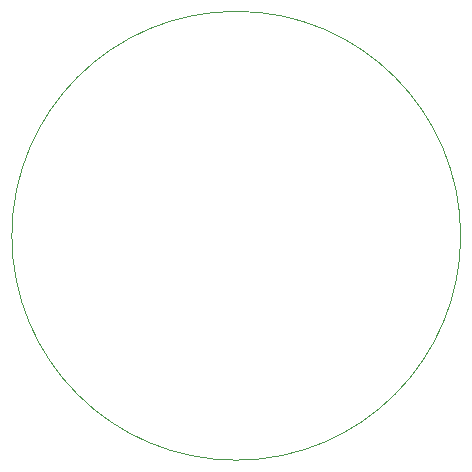
<source format=gbr>
%TF.GenerationSoftware,KiCad,Pcbnew,(7.0.0)*%
%TF.CreationDate,2023-11-14T12:38:22+01:00*%
%TF.ProjectId,Helios_PCB_section,48656c69-6f73-45f5-9043-425f73656374,rev?*%
%TF.SameCoordinates,Original*%
%TF.FileFunction,Profile,NP*%
%FSLAX46Y46*%
G04 Gerber Fmt 4.6, Leading zero omitted, Abs format (unit mm)*
G04 Created by KiCad (PCBNEW (7.0.0)) date 2023-11-14 12:38:22*
%MOMM*%
%LPD*%
G01*
G04 APERTURE LIST*
%TA.AperFunction,Profile*%
%ADD10C,0.100000*%
%TD*%
G04 APERTURE END LIST*
D10*
X124000000Y-90000000D02*
G75*
G03*
X124000000Y-90000000I-19000000J0D01*
G01*
M02*

</source>
